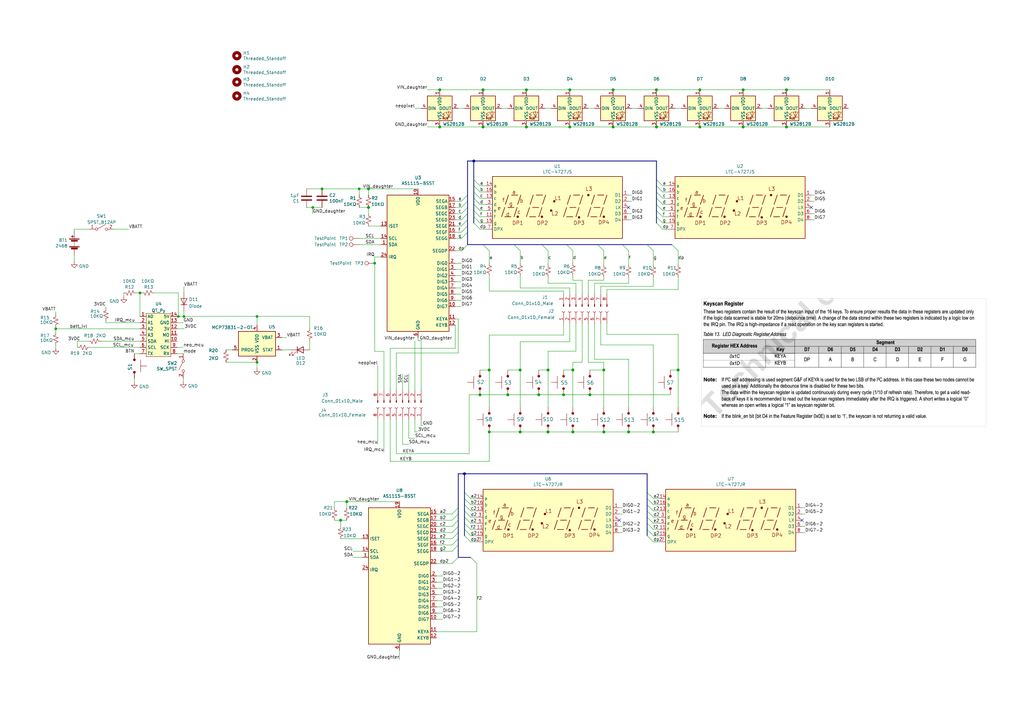
<source format=kicad_sch>
(kicad_sch (version 20211123) (generator eeschema)
  (paper "A3")
  (title_block (title "Unitron") (date "2022-03-19") (rev "1.12") (company "Andy Lustig"))
  (junction (at 269.24 36.83) (diameter 1.016))
  (junction (at 213.36 177.165) (diameter 1.016))
  (junction (at 194.31 66.04) (diameter 1.016))
  (junction (at 151.13 77.47) (diameter 1.016))
  (junction (at 251.46 36.83) (diameter 1.016))
  (junction (at 200.66 177.165) (diameter 1.016))
  (junction (at 247.65 151.765) (diameter 1.016))
  (junction (at 75.438 129.794))
  (junction (at 231.14 161.925) (diameter 1.016))
  (junction (at 213.36 151.765) (diameter 1.016))
  (junction (at 234.95 177.165) (diameter 1.016))
  (junction (at 57.404 120.142))
  (junction (at 234.95 151.765) (diameter 1.016))
  (junction (at 198.12 36.83) (diameter 1.016))
  (junction (at 190.5 194.31) (diameter 1.016))
  (junction (at 147.32 77.47))
  (junction (at 220.98 161.925) (diameter 1.016))
  (junction (at 304.8 36.83) (diameter 1.016))
  (junction (at 224.79 177.165) (diameter 1.016))
  (junction (at 151.13 85.09) (diameter 1.016))
  (junction (at 304.8 52.07) (diameter 1.016))
  (junction (at 153.67 107.95))
  (junction (at 196.85 161.925) (diameter 1.016))
  (junction (at 267.97 177.165) (diameter 1.016))
  (junction (at 198.12 52.07) (diameter 1.016))
  (junction (at 287.02 36.83) (diameter 1.016))
  (junction (at 269.24 52.07) (diameter 1.016))
  (junction (at 251.46 52.07) (diameter 1.016))
  (junction (at 139.7 213.36) (diameter 1.016))
  (junction (at 322.58 52.07) (diameter 1.016))
  (junction (at 241.935 161.925) (diameter 1.016))
  (junction (at 180.34 36.83) (diameter 1.016))
  (junction (at 322.58 36.83) (diameter 1.016))
  (junction (at 215.9 52.07) (diameter 1.016))
  (junction (at 233.68 36.83) (diameter 1.016))
  (junction (at 180.34 52.07) (diameter 1.016))
  (junction (at 215.9 36.83) (diameter 1.016))
  (junction (at 208.28 161.925) (diameter 1.016))
  (junction (at 22.86 134.874))
  (junction (at 128.27 85.09))
  (junction (at 73.152 129.794))
  (junction (at 105.41 129.794))
  (junction (at 132.08 77.47))
  (junction (at 224.79 151.765) (diameter 1.016))
  (junction (at 142.24 205.74) (diameter 1.016))
  (junction (at 200.66 151.765) (diameter 1.016))
  (junction (at 287.02 52.07) (diameter 1.016))
  (junction (at 257.81 177.165) (diameter 1.016))
  (junction (at 278.13 151.765) (diameter 1.016))
  (junction (at 233.68 52.07) (diameter 1.016))
  (junction (at 247.65 177.165) (diameter 1.016))
  (junction (at 105.41 148.59))
  (no_connect (at 257.81 85.09))
  (no_connect (at 254 213.36))
  (no_connect (at 332.74 85.09))
  (no_connect (at 328.93 213.36))
  (bus_entry (at 189.23 82.55) (size 2.54 -2.54) (stroke (width 0.1524)))
  (bus_entry (at 269.24 91.44) (size 2.54 2.54) (stroke (width 0.1524)))
  (bus_entry (at 194.31 73.66) (size 2.54 2.54) (stroke (width 0.1524)))
  (bus_entry (at 190.5 214.63) (size 2.54 2.54) (stroke (width 0.1524)))
  (bus_entry (at 190.5 207.01) (size 2.54 2.54) (stroke (width 0.1524)))
  (bus_entry (at 194.31 78.74) (size 2.54 2.54) (stroke (width 0.1524)))
  (bus_entry (at 269.24 81.28) (size 2.54 2.54) (stroke (width 0.1524)))
  (bus_entry (at 189.23 85.09) (size 2.54 -2.54) (stroke (width 0.1524)))
  (bus_entry (at 222.25 100.33) (size 2.54 2.54) (stroke (width 0.1524)))
  (bus_entry (at 265.43 207.01) (size 2.54 2.54) (stroke (width 0.1524)))
  (bus_entry (at 194.31 91.44) (size 2.54 2.54) (stroke (width 0.1524)))
  (bus_entry (at 190.5 201.93) (size 2.54 2.54) (stroke (width 0.1524)))
  (bus_entry (at 194.31 86.36) (size 2.54 2.54) (stroke (width 0.1524)))
  (bus_entry (at 189.23 95.25) (size 2.54 -2.54) (stroke (width 0.1524)))
  (bus_entry (at 194.31 81.28) (size 2.54 2.54) (stroke (width 0.1524)))
  (bus_entry (at 190.5 204.47) (size 2.54 2.54) (stroke (width 0.1524)))
  (bus_entry (at 210.82 100.33) (size 2.54 2.54) (stroke (width 0.1524)))
  (bus_entry (at 198.12 100.33) (size 2.54 2.54) (stroke (width 0.1524)))
  (bus_entry (at 189.23 97.79) (size 2.54 -2.54) (stroke (width 0.1524)))
  (bus_entry (at 193.04 228.6) (size 2.54 2.54) (stroke (width 0.1524)))
  (bus_entry (at 190.5 217.17) (size 2.54 2.54) (stroke (width 0.1524)))
  (bus_entry (at 265.43 214.63) (size 2.54 2.54) (stroke (width 0.1524)))
  (bus_entry (at 269.24 86.36) (size 2.54 2.54) (stroke (width 0.1524)))
  (bus_entry (at 185.42 210.82) (size 2.54 -2.54) (stroke (width 0.1524)))
  (bus_entry (at 265.43 100.33) (size 2.54 2.54) (stroke (width 0.1524)))
  (bus_entry (at 265.43 209.55) (size 2.54 2.54) (stroke (width 0.1524)))
  (bus_entry (at 190.5 209.55) (size 2.54 2.54) (stroke (width 0.1524)))
  (bus_entry (at 194.31 76.2) (size 2.54 2.54) (stroke (width 0.1524)))
  (bus_entry (at 189.23 92.71) (size 2.54 -2.54) (stroke (width 0.1524)))
  (bus_entry (at 265.43 219.71) (size 2.54 2.54) (stroke (width 0.1524)))
  (bus_entry (at 185.42 223.52) (size 2.54 -2.54) (stroke (width 0.1524)))
  (bus_entry (at 245.11 100.33) (size 2.54 2.54) (stroke (width 0.1524)))
  (bus_entry (at 190.5 212.09) (size 2.54 2.54) (stroke (width 0.1524)))
  (bus_entry (at 194.31 88.9) (size 2.54 2.54) (stroke (width 0.1524)))
  (bus_entry (at 185.42 226.06) (size 2.54 -2.54) (stroke (width 0.1524)))
  (bus_entry (at 185.42 220.98) (size 2.54 -2.54) (stroke (width 0.1524)))
  (bus_entry (at 255.27 100.33) (size 2.54 2.54) (stroke (width 0.1524)))
  (bus_entry (at 265.43 212.09) (size 2.54 2.54) (stroke (width 0.1524)))
  (bus_entry (at 190.5 219.71) (size 2.54 2.54) (stroke (width 0.1524)))
  (bus_entry (at 265.43 217.17) (size 2.54 2.54) (stroke (width 0.1524)))
  (bus_entry (at 269.24 78.74) (size 2.54 2.54) (stroke (width 0.1524)))
  (bus_entry (at 269.24 88.9) (size 2.54 2.54) (stroke (width 0.1524)))
  (bus_entry (at 269.24 73.66) (size 2.54 2.54) (stroke (width 0.1524)))
  (bus_entry (at 185.42 213.36) (size 2.54 -2.54) (stroke (width 0.1524)))
  (bus_entry (at 185.42 231.14) (size 2.54 -2.54) (stroke (width 0.1524)))
  (bus_entry (at 265.43 201.93) (size 2.54 2.54) (stroke (width 0.1524)))
  (bus_entry (at 194.31 83.82) (size 2.54 2.54) (stroke (width 0.1524)))
  (bus_entry (at 232.41 100.33) (size 2.54 2.54) (stroke (width 0.1524)))
  (bus_entry (at 269.24 83.82) (size 2.54 2.54) (stroke (width 0.1524)))
  (bus_entry (at 189.23 102.87) (size 2.54 -2.54) (stroke (width 0.1524)))
  (bus_entry (at 269.24 76.2) (size 2.54 2.54) (stroke (width 0.1524)))
  (bus_entry (at 275.59 100.33) (size 2.54 2.54) (stroke (width 0.1524)))
  (bus_entry (at 189.23 87.63) (size 2.54 -2.54) (stroke (width 0.1524)))
  (bus_entry (at 185.42 215.9) (size 2.54 -2.54) (stroke (width 0.1524)))
  (bus_entry (at 185.42 218.44) (size 2.54 -2.54) (stroke (width 0.1524)))
  (bus_entry (at 189.23 90.17) (size 2.54 -2.54) (stroke (width 0.1524)))
  (bus_entry (at 265.43 204.47) (size 2.54 2.54) (stroke (width 0.1524)))
  (wire (pts (xy 180.34 36.83) (xy 198.12 36.83)))
  (wire (pts (xy 233.68 118.11) (xy 213.36 118.11)))
  (wire (pts (xy 147.32 100.33) (xy 156.21 100.33)))
  (wire (pts (xy 187.96 130.81) (xy 186.69 130.81)))
  (wire (pts (xy 200.66 102.87) (xy 200.66 107.95)))
  (wire (pts (xy 224.79 116.205) (xy 224.79 113.665)))
  (wire (pts (xy 147.32 80.01) (xy 147.32 77.47)))
  (wire (pts (xy 165.1 172.085) (xy 165.1 182.245)))
  (wire (pts (xy 179.07 220.98) (xy 185.42 220.98)))
  (bus (pts (xy 191.77 66.04) (xy 191.77 80.01)))
  (bus (pts (xy 194.31 73.66) (xy 194.31 76.2)))
  (wire (pts (xy 186.69 90.17) (xy 189.23 90.17)))
  (wire (pts (xy 187.96 44.45) (xy 190.5 44.45)))
  (bus (pts (xy 222.25 100.33) (xy 232.41 100.33)))
  (wire (pts (xy 220.98 151.765) (xy 224.79 151.765)))
  (wire (pts (xy 160.02 142.875) (xy 160.02 160.02)))
  (wire (pts (xy 287.02 36.83) (xy 304.8 36.83)))
  (wire (pts (xy 257.81 113.665) (xy 257.81 116.205)))
  (bus (pts (xy 265.43 194.31) (xy 265.43 201.93)))
  (bus (pts (xy 190.5 217.17) (xy 190.5 219.71)))
  (wire (pts (xy 180.34 52.07) (xy 198.12 52.07)))
  (bus (pts (xy 187.96 210.82) (xy 187.96 213.36)))
  (wire (pts (xy 22.86 134.874) (xy 57.404 134.874)))
  (wire (pts (xy 304.8 52.07) (xy 322.58 52.07)))
  (bus (pts (xy 193.04 228.6) (xy 187.96 228.6)))
  (wire (pts (xy 213.36 177.165) (xy 200.66 177.165)))
  (wire (pts (xy 157.48 172.085) (xy 157.48 185.42)))
  (wire (pts (xy 254 210.82) (xy 255.27 210.82)))
  (wire (pts (xy 186.69 85.09) (xy 189.23 85.09)))
  (bus (pts (xy 190.5 204.47) (xy 190.5 207.01)))
  (wire (pts (xy 63.246 120.142) (xy 73.152 120.142)))
  (wire (pts (xy 73.152 120.142) (xy 73.152 129.794)))
  (wire (pts (xy 156.21 105.41) (xy 153.67 105.41)))
  (wire (pts (xy 287.02 52.07) (xy 304.8 52.07)))
  (wire (pts (xy 322.58 52.07) (xy 340.36 52.07)))
  (wire (pts (xy 55.88 120.142) (xy 57.404 120.142)))
  (bus (pts (xy 190.5 209.55) (xy 190.5 212.09)))
  (wire (pts (xy 200.66 189.23) (xy 160.02 189.23)))
  (bus (pts (xy 191.77 100.33) (xy 198.12 100.33)))
  (wire (pts (xy 195.58 231.14) (xy 195.58 259.08)))
  (wire (pts (xy 200.66 151.765) (xy 200.66 167.005)))
  (wire (pts (xy 241.3 132.715) (xy 241.3 148.59)))
  (wire (pts (xy 179.07 215.9) (xy 185.42 215.9)))
  (wire (pts (xy 179.07 213.36) (xy 185.42 213.36)))
  (wire (pts (xy 30.48 93.98) (xy 36.576 93.98)))
  (wire (pts (xy 179.07 248.92) (xy 181.61 248.92)))
  (wire (pts (xy 144.78 228.6) (xy 148.59 228.6)))
  (wire (pts (xy 220.98 161.925) (xy 208.28 161.925)))
  (wire (pts (xy 267.97 108.585) (xy 267.97 102.87)))
  (wire (pts (xy 198.12 36.83) (xy 215.9 36.83)))
  (wire (pts (xy 213.36 140.208) (xy 213.36 151.765)))
  (bus (pts (xy 245.11 100.33) (xy 255.27 100.33)))
  (bus (pts (xy 210.82 100.33) (xy 222.25 100.33)))
  (wire (pts (xy 267.97 217.17) (xy 270.51 217.17)))
  (wire (pts (xy 246.38 117.475) (xy 267.97 117.475)))
  (wire (pts (xy 267.97 219.71) (xy 270.51 219.71)))
  (wire (pts (xy 274.32 83.82) (xy 271.78 83.82)))
  (wire (pts (xy 200.66 113.03) (xy 200.66 119.38)))
  (wire (pts (xy 243.84 120.65) (xy 243.84 116.205)))
  (wire (pts (xy 213.36 140.208) (xy 233.68 140.208)))
  (bus (pts (xy 194.31 66.04) (xy 194.31 73.66)))
  (wire (pts (xy 231.14 161.925) (xy 220.98 161.925)))
  (wire (pts (xy 208.28 151.765) (xy 213.36 151.765)))
  (bus (pts (xy 265.43 217.17) (xy 265.43 219.71)))
  (wire (pts (xy 269.24 52.07) (xy 287.02 52.07)))
  (bus (pts (xy 191.77 95.25) (xy 191.77 100.33)))
  (wire (pts (xy 247.65 167.005) (xy 247.65 151.765)))
  (wire (pts (xy 257.81 90.17) (xy 259.08 90.17)))
  (wire (pts (xy 72.644 145.034) (xy 75.184 145.034)))
  (wire (pts (xy 153.67 105.41) (xy 153.67 107.95)))
  (wire (pts (xy 254 215.9) (xy 255.27 215.9)))
  (wire (pts (xy 75.438 117.602) (xy 75.438 119.888)))
  (bus (pts (xy 187.96 220.98) (xy 187.96 223.52)))
  (wire (pts (xy 236.22 132.715) (xy 236.22 144.018)))
  (wire (pts (xy 236.22 116.205) (xy 224.79 116.205)))
  (wire (pts (xy 193.04 219.71) (xy 195.58 219.71)))
  (wire (pts (xy 179.07 241.3) (xy 181.61 241.3)))
  (wire (pts (xy 199.39 81.28) (xy 196.85 81.28)))
  (wire (pts (xy 147.32 77.47) (xy 151.13 77.47)))
  (wire (pts (xy 162.56 144.78) (xy 162.56 160.02)))
  (wire (pts (xy 267.97 117.475) (xy 267.97 113.665)))
  (wire (pts (xy 241.3 120.65) (xy 241.3 114.935)))
  (wire (pts (xy 254 218.44) (xy 255.27 218.44)))
  (wire (pts (xy 160.02 172.085) (xy 160.02 189.23)))
  (wire (pts (xy 43.434 131.572) (xy 43.434 132.334)))
  (wire (pts (xy 224.79 144.018) (xy 224.79 151.765)))
  (wire (pts (xy 215.9 52.07) (xy 233.68 52.07)))
  (wire (pts (xy 186.69 82.55) (xy 189.23 82.55)))
  (bus (pts (xy 194.31 78.74) (xy 194.31 81.28)))
  (bus (pts (xy 190.5 212.09) (xy 190.5 214.63)))
  (bus (pts (xy 269.24 73.66) (xy 269.24 76.2)))
  (wire (pts (xy 125.73 77.47) (xy 132.08 77.47)))
  (wire (pts (xy 195.58 207.01) (xy 193.04 207.01)))
  (wire (pts (xy 328.93 208.28) (xy 330.2 208.28)))
  (wire (pts (xy 179.07 238.76) (xy 181.61 238.76)))
  (wire (pts (xy 171.45 138.43) (xy 171.45 139.7)))
  (wire (pts (xy 151.13 87.63) (xy 151.13 85.09)))
  (bus (pts (xy 191.77 80.01) (xy 191.77 82.55)))
  (wire (pts (xy 30.48 104.775) (xy 30.48 107.315)))
  (wire (pts (xy 274.32 76.2) (xy 271.78 76.2)))
  (wire (pts (xy 151.13 80.01) (xy 151.13 77.47)))
  (wire (pts (xy 328.93 215.9) (xy 330.2 215.9)))
  (wire (pts (xy 172.72 139.7) (xy 172.72 160.02)))
  (bus (pts (xy 269.24 81.28) (xy 269.24 83.82)))
  (wire (pts (xy 72.644 134.874) (xy 75.692 134.874)))
  (wire (pts (xy 233.68 52.07) (xy 251.46 52.07)))
  (wire (pts (xy 328.93 210.82) (xy 330.2 210.82)))
  (bus (pts (xy 187.96 208.28) (xy 187.96 210.82)))
  (bus (pts (xy 190.5 194.31) (xy 265.43 194.31)))
  (wire (pts (xy 154.94 149.86) (xy 154.94 160.02)))
  (wire (pts (xy 224.79 144.018) (xy 236.22 144.018)))
  (wire (pts (xy 22.86 141.478) (xy 22.86 142.748)))
  (wire (pts (xy 278.13 102.87) (xy 278.13 108.585)))
  (wire (pts (xy 192.405 161.925) (xy 192.405 186.055)))
  (bus (pts (xy 269.24 78.74) (xy 269.24 81.28)))
  (wire (pts (xy 186.69 113.03) (xy 189.23 113.03)))
  (wire (pts (xy 187.96 144.78) (xy 187.96 130.81)))
  (wire (pts (xy 196.85 86.36) (xy 199.39 86.36)))
  (wire (pts (xy 257.81 147.32) (xy 257.81 167.005)))
  (wire (pts (xy 269.24 36.83) (xy 287.02 36.83)))
  (bus (pts (xy 265.43 209.55) (xy 265.43 212.09)))
  (wire (pts (xy 332.74 80.01) (xy 334.01 80.01)))
  (bus (pts (xy 269.24 76.2) (xy 269.24 78.74)))
  (wire (pts (xy 142.24 205.74) (xy 163.83 205.74)))
  (wire (pts (xy 167.64 179.705) (xy 170.18 179.705)))
  (wire (pts (xy 128.27 85.09) (xy 128.27 87.63)))
  (bus (pts (xy 191.77 66.04) (xy 194.31 66.04)))
  (wire (pts (xy 142.24 208.28) (xy 142.24 205.74)))
  (bus (pts (xy 265.43 100.33) (xy 275.59 100.33)))
  (wire (pts (xy 248.92 137.16) (xy 248.92 132.715)))
  (bus (pts (xy 191.77 85.09) (xy 191.77 87.63)))
  (wire (pts (xy 248.92 137.16) (xy 278.13 137.16)))
  (bus (pts (xy 194.31 86.36) (xy 194.31 88.9)))
  (wire (pts (xy 160.02 142.875) (xy 186.69 142.875)))
  (bus (pts (xy 187.96 215.9) (xy 187.96 218.44)))
  (wire (pts (xy 139.7 213.36) (xy 137.16 213.36)))
  (bus (pts (xy 190.5 194.31) (xy 190.5 201.93)))
  (wire (pts (xy 46.736 93.98) (xy 52.832 93.98)))
  (wire (pts (xy 144.78 226.06) (xy 148.59 226.06)))
  (wire (pts (xy 259.08 44.45) (xy 261.62 44.45)))
  (wire (pts (xy 270.51 209.55) (xy 267.97 209.55)))
  (wire (pts (xy 196.85 91.44) (xy 199.39 91.44)))
  (wire (pts (xy 192.405 186.055) (xy 162.56 186.055)))
  (wire (pts (xy 238.76 148.59) (xy 234.95 148.59)))
  (wire (pts (xy 163.83 266.7) (xy 163.83 270.51)))
  (wire (pts (xy 170.18 172.085) (xy 170.18 177.165)))
  (wire (pts (xy 179.07 231.14) (xy 185.42 231.14)))
  (wire (pts (xy 92.71 148.59) (xy 105.41 148.59)))
  (wire (pts (xy 186.69 107.95) (xy 189.23 107.95)))
  (wire (pts (xy 36.83 142.494) (xy 57.404 142.494)))
  (wire (pts (xy 271.78 88.9) (xy 274.32 88.9)))
  (wire (pts (xy 332.74 87.63) (xy 334.01 87.63)))
  (wire (pts (xy 179.07 218.44) (xy 185.42 218.44)))
  (wire (pts (xy 167.64 153.416) (xy 167.64 160.02)))
  (wire (pts (xy 257.81 102.87) (xy 257.81 108.585)))
  (wire (pts (xy 156.21 92.71) (xy 151.13 92.71)))
  (wire (pts (xy 251.46 52.07) (xy 269.24 52.07)))
  (wire (pts (xy 186.69 125.73) (xy 189.23 125.73)))
  (wire (pts (xy 147.32 97.79) (xy 156.21 97.79)))
  (wire (pts (xy 186.69 120.65) (xy 189.23 120.65)))
  (wire (pts (xy 142.24 213.36) (xy 139.7 213.36)))
  (wire (pts (xy 271.78 91.44) (xy 274.32 91.44)))
  (wire (pts (xy 186.69 92.71) (xy 189.23 92.71)))
  (wire (pts (xy 278.13 137.16) (xy 278.13 151.765)))
  (wire (pts (xy 278.13 151.765) (xy 278.13 167.005)))
  (wire (pts (xy 186.69 118.11) (xy 189.23 118.11)))
  (wire (pts (xy 186.69 87.63) (xy 189.23 87.63)))
  (wire (pts (xy 179.07 251.46) (xy 181.61 251.46)))
  (wire (pts (xy 92.71 143.51) (xy 95.25 143.51)))
  (wire (pts (xy 170.18 139.7) (xy 170.18 160.02)))
  (wire (pts (xy 270.51 212.09) (xy 267.97 212.09)))
  (wire (pts (xy 200.66 137.414) (xy 200.66 151.765)))
  (bus (pts (xy 269.24 86.36) (xy 269.24 88.9)))
  (bus (pts (xy 269.24 66.04) (xy 269.24 73.66)))
  (wire (pts (xy 241.935 161.925) (xy 274.955 161.925)))
  (wire (pts (xy 153.67 144.145) (xy 157.48 144.145)))
  (wire (pts (xy 233.68 132.715) (xy 233.68 140.208)))
  (wire (pts (xy 198.12 52.07) (xy 215.9 52.07)))
  (bus (pts (xy 194.31 76.2) (xy 194.31 78.74)))
  (wire (pts (xy 75.184 132.334) (xy 72.644 132.334)))
  (wire (pts (xy 267.97 214.63) (xy 270.51 214.63)))
  (wire (pts (xy 234.95 102.87) (xy 234.95 107.95)))
  (wire (pts (xy 75.184 155.194) (xy 75.184 156.464)))
  (wire (pts (xy 200.66 119.38) (xy 231.14 119.38)))
  (wire (pts (xy 257.81 82.55) (xy 259.08 82.55)))
  (wire (pts (xy 257.81 177.165) (xy 247.65 177.165)))
  (wire (pts (xy 105.41 129.794) (xy 105.41 133.35)))
  (wire (pts (xy 170.18 44.45) (xy 172.72 44.45)))
  (wire (pts (xy 195.58 204.47) (xy 193.04 204.47)))
  (wire (pts (xy 193.04 222.25) (xy 195.58 222.25)))
  (wire (pts (xy 115.57 143.51) (xy 119.38 143.51)))
  (wire (pts (xy 128.27 85.09) (xy 132.08 85.09)))
  (wire (pts (xy 267.97 141.478) (xy 267.97 167.005)))
  (wire (pts (xy 304.8 36.83) (xy 322.58 36.83)))
  (wire (pts (xy 30.48 93.98) (xy 30.48 94.615)))
  (bus (pts (xy 187.96 213.36) (xy 187.96 215.9)))
  (bus (pts (xy 194.31 88.9) (xy 194.31 91.44)))
  (wire (pts (xy 247.65 177.165) (xy 234.95 177.165)))
  (wire (pts (xy 233.68 36.83) (xy 215.9 36.83)))
  (wire (pts (xy 238.76 132.715) (xy 238.76 148.59)))
  (wire (pts (xy 193.04 214.63) (xy 195.58 214.63)))
  (wire (pts (xy 254 208.28) (xy 255.27 208.28)))
  (wire (pts (xy 241.3 114.935) (xy 247.65 114.935)))
  (wire (pts (xy 247.65 108.585) (xy 247.65 102.87)))
  (wire (pts (xy 50.8 120.142) (xy 50.8 121.666)))
  (wire (pts (xy 115.57 138.43) (xy 117.602 138.43)))
  (wire (pts (xy 153.67 107.95) (xy 153.67 144.145)))
  (wire (pts (xy 186.69 102.87) (xy 189.23 102.87)))
  (wire (pts (xy 165.1 153.416) (xy 165.1 160.02)))
  (wire (pts (xy 270.51 204.47) (xy 267.97 204.47)))
  (wire (pts (xy 246.38 141.478) (xy 246.38 132.715)))
  (bus (pts (xy 191.77 90.17) (xy 191.77 92.71)))
  (wire (pts (xy 257.81 87.63) (xy 259.08 87.63)))
  (wire (pts (xy 274.32 81.28) (xy 271.78 81.28)))
  (wire (pts (xy 224.79 151.765) (xy 224.79 167.005)))
  (wire (pts (xy 75.184 142.494) (xy 72.644 142.494)))
  (wire (pts (xy 271.78 93.98) (xy 274.32 93.98)))
  (wire (pts (xy 186.69 115.57) (xy 189.23 115.57)))
  (wire (pts (xy 200.66 151.765) (xy 196.85 151.765)))
  (wire (pts (xy 127 129.794) (xy 105.41 129.794)))
  (wire (pts (xy 127 134.62) (xy 127 129.794)))
  (wire (pts (xy 43.434 132.334) (xy 57.404 132.334)))
  (wire (pts (xy 200.66 177.165) (xy 200.66 189.23)))
  (wire (pts (xy 213.36 102.87) (xy 213.36 107.95)))
  (bus (pts (xy 269.24 83.82) (xy 269.24 86.36)))
  (wire (pts (xy 31.75 139.954) (xy 36.322 139.954)))
  (wire (pts (xy 186.69 133.35) (xy 186.69 142.875)))
  (wire (pts (xy 234.95 151.765) (xy 234.95 167.005)))
  (bus (pts (xy 265.43 204.47) (xy 265.43 207.01)))
  (bus (pts (xy 232.41 100.33) (xy 245.11 100.33)))
  (wire (pts (xy 199.39 78.74) (xy 196.85 78.74)))
  (wire (pts (xy 151.13 77.47) (xy 171.45 77.47)))
  (wire (pts (xy 179.07 223.52) (xy 185.42 223.52)))
  (wire (pts (xy 195.58 259.08) (xy 179.07 259.08)))
  (wire (pts (xy 234.95 177.165) (xy 224.79 177.165)))
  (wire (pts (xy 41.402 139.954) (xy 57.404 139.954)))
  (wire (pts (xy 208.28 161.925) (xy 196.85 161.925)))
  (wire (pts (xy 179.07 243.84) (xy 181.61 243.84)))
  (wire (pts (xy 199.39 76.2) (xy 196.85 76.2)))
  (wire (pts (xy 186.69 110.49) (xy 189.23 110.49)))
  (wire (pts (xy 243.84 147.32) (xy 257.81 147.32)))
  (wire (pts (xy 233.68 120.65) (xy 233.68 118.11)))
  (wire (pts (xy 186.69 97.79) (xy 189.23 97.79)))
  (wire (pts (xy 195.58 209.55) (xy 193.04 209.55)))
  (wire (pts (xy 330.2 44.45) (xy 332.74 44.45)))
  (wire (pts (xy 247.65 114.935) (xy 247.65 113.665)))
  (wire (pts (xy 179.07 236.22) (xy 181.61 236.22)))
  (wire (pts (xy 172.72 139.7) (xy 171.45 139.7)))
  (wire (pts (xy 241.935 151.765) (xy 247.65 151.765)))
  (wire (pts (xy 154.94 172.085) (xy 154.94 182.245)))
  (wire (pts (xy 170.18 177.165) (xy 171.45 177.165)))
  (wire (pts (xy 248.92 118.745) (xy 278.13 118.745)))
  (wire (pts (xy 276.86 44.45) (xy 279.4 44.45)))
  (wire (pts (xy 200.66 137.414) (xy 231.14 137.414)))
  (wire (pts (xy 246.38 141.478) (xy 267.97 141.478)))
  (wire (pts (xy 162.56 144.78) (xy 187.96 144.78)))
  (wire (pts (xy 196.85 88.9) (xy 199.39 88.9)))
  (wire (pts (xy 186.69 95.25) (xy 189.23 95.25)))
  (wire (pts (xy 247.65 148.59) (xy 247.65 151.765)))
  (wire (pts (xy 165.1 182.245) (xy 167.64 182.245)))
  (wire (pts (xy 172.72 174.625) (xy 173.355 174.625)))
  (bus (pts (xy 190.5 207.01) (xy 190.5 209.55)))
  (wire (pts (xy 167.64 172.085) (xy 167.64 179.705)))
  (wire (pts (xy 72.644 129.794) (xy 73.152 129.794)))
  (wire (pts (xy 73.152 129.794) (xy 75.438 129.794)))
  (wire (pts (xy 75.438 129.794) (xy 75.438 127.508)))
  (wire (pts (xy 196.85 93.98) (xy 199.39 93.98)))
  (wire (pts (xy 162.56 172.085) (xy 162.56 186.055)))
  (wire (pts (xy 246.38 120.65) (xy 246.38 117.475)))
  (wire (pts (xy 22.86 127.762) (xy 22.86 129.032)))
  (wire (pts (xy 137.16 208.28) (xy 137.16 205.74)))
  (bus (pts (xy 187.96 223.52) (xy 187.96 228.6)))
  (bus (pts (xy 191.77 92.71) (xy 191.77 95.25)))
  (wire (pts (xy 278.13 113.665) (xy 278.13 118.745)))
  (wire (pts (xy 157.48 144.145) (xy 157.48 160.02)))
  (wire (pts (xy 137.16 205.74) (xy 142.24 205.74)))
  (wire (pts (xy 270.51 207.01) (xy 267.97 207.01)))
  (wire (pts (xy 213.36 151.765) (xy 213.36 167.005)))
  (wire (pts (xy 192.405 161.925) (xy 196.85 161.925)))
  (wire (pts (xy 267.97 177.165) (xy 257.81 177.165)))
  (wire (pts (xy 236.22 120.65) (xy 236.22 116.205)))
  (wire (pts (xy 257.81 80.01) (xy 259.08 80.01)))
  (wire (pts (xy 243.84 147.32) (xy 243.84 132.715)))
  (wire (pts (xy 43.434 125.73) (xy 43.434 126.492)))
  (wire (pts (xy 251.46 36.83) (xy 233.68 36.83)))
  (bus (pts (xy 194.31 83.82) (xy 194.31 86.36)))
  (bus (pts (xy 255.27 100.33) (xy 265.43 100.33)))
  (wire (pts (xy 57.404 120.142) (xy 58.166 120.142)))
  (wire (pts (xy 57.404 129.794) (xy 57.404 120.142)))
  (wire (pts (xy 243.84 116.205) (xy 257.81 116.205)))
  (wire (pts (xy 147.32 85.09) (xy 151.13 85.09)))
  (wire (pts (xy 224.79 108.585) (xy 224.79 102.87)))
  (wire (pts (xy 332.74 82.55) (xy 334.01 82.55)))
  (wire (pts (xy 132.08 77.47) (xy 147.32 77.47)))
  (wire (pts (xy 231.14 120.65) (xy 231.14 119.38)))
  (wire (pts (xy 274.32 78.74) (xy 271.78 78.74)))
  (bus (pts (xy 265.43 212.09) (xy 265.43 214.63)))
  (wire (pts (xy 322.58 36.83) (xy 340.36 36.83)))
  (wire (pts (xy 231.14 151.765) (xy 234.95 151.765)))
  (wire (pts (xy 231.14 132.715) (xy 231.14 137.414)))
  (wire (pts (xy 22.86 134.112) (xy 22.86 134.874)))
  (wire (pts (xy 22.86 134.874) (xy 22.86 136.398)))
  (wire (pts (xy 267.97 222.25) (xy 270.51 222.25)))
  (wire (pts (xy 31.75 139.954) (xy 31.75 142.494)))
  (bus (pts (xy 187.96 218.44) (xy 187.96 220.98)))
  (bus (pts (xy 190.5 214.63) (xy 190.5 217.17)))
  (bus (pts (xy 194.31 66.04) (xy 269.24 66.04)))
  (wire (pts (xy 238.76 120.65) (xy 238.76 114.935)))
  (wire (pts (xy 251.46 36.83) (xy 269.24 36.83)))
  (wire (pts (xy 55.118 155.194) (xy 55.118 156.718)))
  (bus (pts (xy 269.24 88.9) (xy 269.24 91.44)))
  (wire (pts (xy 234.95 148.59) (xy 234.95 151.765)))
  (wire (pts (xy 224.79 177.165) (xy 213.36 177.165)))
  (wire (pts (xy 241.3 44.45) (xy 243.84 44.45)))
  (wire (pts (xy 175.26 52.07) (xy 180.34 52.07)))
  (wire (pts (xy 179.07 226.06) (xy 185.42 226.06)))
  (wire (pts (xy 127 139.7) (xy 127 143.51)))
  (wire (pts (xy 247.65 148.59) (xy 241.3 148.59)))
  (wire (pts (xy 241.935 161.925) (xy 231.14 161.925)))
  (wire (pts (xy 234.95 113.03) (xy 234.95 114.935)))
  (wire (pts (xy 179.07 246.38) (xy 181.61 246.38)))
  (wire (pts (xy 139.7 220.98) (xy 148.59 220.98)))
  (wire (pts (xy 193.04 217.17) (xy 195.58 217.17)))
  (wire (pts (xy 332.74 90.17) (xy 334.01 90.17)))
  (wire (pts (xy 238.76 114.935) (xy 234.95 114.935)))
  (wire (pts (xy 274.955 151.765) (xy 278.13 151.765)))
  (wire (pts (xy 199.39 83.82) (xy 196.85 83.82)))
  (bus (pts (xy 187.96 194.31) (xy 190.5 194.31)))
  (wire (pts (xy 105.41 148.59) (xy 105.41 151.13)))
  (wire (pts (xy 278.13 177.165) (xy 267.97 177.165)))
  (bus (pts (xy 191.77 82.55) (xy 191.77 85.09)))
  (bus (pts (xy 187.96 194.31) (xy 187.96 208.28)))
  (bus (pts (xy 198.12 100.33) (xy 210.82 100.33)))
  (wire (pts (xy 328.93 218.44) (xy 330.2 218.44)))
  (wire (pts (xy 57.404 145.034) (xy 55.118 145.034)))
  (bus (pts (xy 191.77 87.63) (xy 191.77 90.17)))
  (wire (pts (xy 312.42 44.45) (xy 314.96 44.45)))
  (wire (pts (xy 248.92 120.65) (xy 248.92 118.745)))
  (bus (pts (xy 265.43 201.93) (xy 265.43 204.47)))
  (bus (pts (xy 190.5 201.93) (xy 190.5 204.47)))
  (wire (pts (xy 125.73 85.09) (xy 128.27 85.09)))
  (bus (pts (xy 265.43 214.63) (xy 265.43 217.17)))
  (wire (pts (xy 205.74 44.45) (xy 208.28 44.45)))
  (wire (pts (xy 195.58 212.09) (xy 193.04 212.09)))
  (wire (pts (xy 179.07 254) (xy 181.61 254)))
  (wire (pts (xy 175.26 36.83) (xy 180.34 36.83)))
  (wire (pts (xy 213.36 113.03) (xy 213.36 118.11)))
  (wire (pts (xy 223.52 44.45) (xy 226.06 44.45)))
  (wire (pts (xy 271.78 86.36) (xy 274.32 86.36)))
  (wire (pts (xy 179.07 210.82) (xy 185.42 210.82)))
  (bus (pts (xy 265.43 207.01) (xy 265.43 209.55)))
  (wire (pts (xy 294.64 44.45) (xy 297.18 44.45)))
  (bus (pts (xy 194.31 81.28) (xy 194.31 83.82)))
  (wire (pts (xy 186.69 123.19) (xy 189.23 123.19)))
  (wire (pts (xy 172.72 172.085) (xy 172.72 174.625)))
  (wire (pts (xy 139.7 215.9) (xy 139.7 213.36)))
  (wire (pts (xy 75.438 129.794) (xy 105.41 129.794)))
  (image (at 346.075 148.59) (scale 0.920245))
  (label "GND" (at 173.355 174.625 0))
  (label "neo_mcu" (at 154.94 182.245 180))
  (label "batt_lvl" (at 35.814 134.874 180))
  (label "SDA_mcu" (at 167.64 182.245 0))
  (label "a2" (at 193.04 204.47 0))
  (label "DIG6-2" (at 181.61 251.46 0))
  (label "e" (at 196.85 86.36 0))
  (label "f2" (at 180.34 223.52 0))
  (label "neo_mcu" (at 75.184 142.494 0))
  (label "a" (at 187.96 82.55 0))
  (label "d" (at 196.85 83.82 0))
  (label "DIG3" (at 259.08 90.17 0))
  (label "g2" (at 193.04 219.71 0))
  (label "DIG3-2" (at 255.27 218.44 0))
  (label "IRQ" (at 153.67 105.41 180))
  (label "GND" (at 75.184 132.334 0))
  (label "DIG5-2" (at 181.61 248.92 0))
  (label "a2" (at 180.34 210.82 0))
  (label "e" (at 247.65 106.68 0))
  (label "c2" (at 267.97 209.55 0))
  (label "d2" (at 193.04 212.09 0))
  (label "DIG3" (at 189.23 115.57 0))
  (label "DIG4" (at 189.23 118.11 0))
  (label "DIG2" (at 189.23 113.03 0))
  (label "KEYA" (at 165.1 186.055 0))
  (label "DIG1-2" (at 181.61 238.76 0))
  (label "b2" (at 193.04 207.01 0))
  (label "BTN" (at 55.118 145.034 180))
  (label "a2" (at 267.97 204.47 0))
  (label "KEYB" (at 168.91 189.23 180))
  (label "b" (at 187.96 85.09 0))
  (label "g" (at 267.97 106.68 0))
  (label "DIG5" (at 334.01 82.55 0))
  (label "e2" (at 193.04 214.63 0))
  (label "DIG5-2" (at 330.2 210.82 0))
  (label "dp2" (at 193.04 222.25 0))
  (label "DIG3-2" (at 181.61 243.84 0))
  (label "SCL_mcu" (at 170.18 179.705 0))
  (label "SDA" (at 165.1 153.416 270))
  (label "DIG2-2" (at 181.61 241.3 0))
  (label "f" (at 271.78 88.9 0))
  (label "g" (at 187.96 97.79 0))
  (label "SDA" (at 144.78 228.6 180))
  (label "c" (at 224.79 106.68 0))
  (label "DIG2" (at 259.08 87.63 0))
  (label "DIG1" (at 189.23 110.49 0))
  (label "g" (at 271.78 91.44 0))
  (label "c" (at 187.96 87.63 0))
  (label "mode" (at 75.184 145.034 0))
  (label "VBATT" (at 75.438 117.602 0))
  (label "3VDC" (at 32.893 139.954 180))
  (label "d2" (at 267.97 212.09 0))
  (label "GND_daughter" (at 163.83 270.51 180))
  (label "3VDC" (at 171.45 177.165 0))
  (label "GND_daughter" (at 128.27 87.63 0))
  (label "f2" (at 195.58 246.38 0))
  (label "a" (at 196.85 76.2 0))
  (label "SCL" (at 149.86 97.79 0))
  (label "GND_daughter" (at 175.26 52.07 180))
  (label "DIG7" (at 334.01 90.17 0))
  (label "DIG6-2" (at 330.2 215.9 0))
  (label "DIG5" (at 189.23 120.65 0))
  (label "DIG6" (at 189.23 123.19 0))
  (label "VIN_daughter" (at 170.18 139.7 180))
  (label "f2" (at 193.04 217.17 0))
  (label "b" (at 213.36 106.68 0))
  (label "c2" (at 193.04 209.55 0))
  (label "e" (at 187.96 92.71 0))
  (label "f" (at 187.96 95.25 0))
  (label "b2" (at 180.34 213.36 0))
  (label "DIG0-2" (at 181.61 236.22 0))
  (label "DIG1" (at 259.08 82.55 0))
  (label "e2" (at 267.97 214.63 0))
  (label "DIG7" (at 189.23 125.73 0))
  (label "c2" (at 180.34 215.9 0))
  (label "DIG1-2" (at 255.27 210.82 0))
  (label "VBATT" (at 52.832 93.98 0))
  (label "d" (at 234.95 106.68 0))
  (label "c" (at 196.85 81.28 0))
  (label "a" (at 200.66 106.68 0))
  (label "DIG7-2" (at 181.61 254 0))
  (label "VIN_daughter" (at 161.29 77.47 180))
  (label "DIG0" (at 189.23 107.95 0))
  (label "dp2" (at 267.97 222.25 0))
  (label "DIG7-2" (at 330.2 218.44 0))
  (label "f" (at 196.85 88.9 0))
  (label "f2" (at 267.97 217.17 0))
  (label "SDA_mcu" (at 55.118 139.954 180))
  (label "g2" (at 180.34 226.06 0))
  (label "d" (at 271.78 83.82 0))
  (label "d" (at 187.96 90.17 0))
  (label "e2" (at 180.34 220.98 0))
  (label "VIN_daughter" (at 155.575 205.74 180))
  (label "dp" (at 196.85 93.98 0))
  (label "VBATT" (at 117.602 138.43 0))
  (label "dp" (at 187.96 102.87 0))
  (label "b2" (at 267.97 207.01 0))
  (label "DIG6" (at 334.01 87.63 0))
  (label "IRQ_mcu" (at 55.372 132.334 180))
  (label "VBATT" (at 22.86 127.762 180))
  (label "neopixel" (at 170.18 44.45 180))
  (label "d2" (at 180.34 218.44 0))
  (label "DIG2-2" (at 255.27 215.9 0))
  (label "a" (at 271.78 76.2 0))
  (label "DIG0-2" (at 255.27 208.28 0))
  (label "VIN_daughter" (at 175.26 36.83 180))
  (label "IRQ_mcu" (at 157.48 185.42 180))
  (label "SDA" (at 149.86 100.33 0))
  (label "3VDC" (at 75.692 134.874 0))
  (label "DIG4-2" (at 330.2 208.28 0))
  (label "SCL_mcu" (at 54.864 142.494 180))
  (label "b" (at 271.78 78.74 0))
  (label "dp" (at 278.13 106.68 0))
  (label "dp" (at 271.78 93.98 0))
  (label "f" (at 257.81 106.68 0))
  (label "g2" (at 267.97 219.71 0))
  (label "DIG4-2" (at 181.61 246.38 0))
  (label "SCL" (at 144.78 226.06 180))
  (label "DIG0" (at 259.08 80.01 0))
  (label "g" (at 196.85 91.44 0))
  (label "dp2" (at 180.34 231.14 0))
  (label "DIG4" (at 334.01 80.01 0))
  (label "e" (at 271.78 86.36 0))
  (label "b" (at 196.85 78.74 0))
  (label "SCL" (at 167.64 153.416 270))
  (label "GND_daughter" (at 172.085 139.7 0))
  (label "3VDC" (at 43.434 125.73 180))
  (label "c" (at 271.78 81.28 0))
  (label "neopixel" (at 154.94 149.86 180))
  (symbol (lib_id "asl_symbols:AS1115-BSST") (at 171.45 107.95 0) (unit 1)
    (property "Reference" "U3" (at 171.45 72.8726 0))
    (property "Value" "AS1115-BSST" (at 171.45 75.184 0))
    (property "Footprint" "Package_SO:QSOP-24_3.9x8.7mm_P0.635mm" (effects hide))
    (property "Datasheet" "https://www.digikey.com/products/en?keywords=AS1115-BSSTCT-ND" (effects hide))
    (property "Description" "7-Segment Display Driver" (effects hide))
  )
  (symbol (lib_id "imperializer-rescue:switch_momentary_2pin-asl_symbols-imperializer-rescue") (at 200.66 172.085 90) (unit 1)
    (property "Reference" "S8" (at 198.882 171.958 90) (effects (font (size 1.4986 1.4986)) (justify right)))
    (property "Value" "Gateron Blue" (effects hide))
    (property "Footprint" "Button_Switch_Keyboard:SW_Cherry_MX_1.00u_PCB" (effects hide))
    (property "Datasheet" "https://www.amazon.com/Gateron-KS-9-Mechanical-Type-Switch/dp/B07X3TH4DS?th=1" (effects hide))
    (property "Description" "Mechanical Key Switch" (effects hide))
  )
  (symbol (lib_id "imperializer-rescue:switch_momentary_2pin-asl_symbols-imperializer-rescue") (at 213.36 172.085 90) (unit 1)
    (property "Reference" "S9" (at 211.836 171.958 90) (effects (font (size 1.4986 1.4986)) (justify right)))
    (property "Value" "Gateron Blue" (effects hide))
    (property "Footprint" "Button_Switch_Keyboard:SW_Cherry_MX_1.00u_PCB" (effects hide))
    (property "Datasheet" "https://www.amazon.com/Gateron-KS-9-Mechanical-Type-Switch/dp/B07X3TH4DS?th=1" (effects hide))
    (property "Description" "Mechanical Key Switch" (effects hide))
  )
  (symbol (lib_id "imperializer-rescue:switch_momentary_2pin-asl_symbols-imperializer-rescue") (at 224.79 172.085 90) (unit 1)
    (property "Reference" "S10" (at 222.504 171.958 90) (effects (font (size 1.4986 1.4986)) (justify right)))
    (property "Value" "Gateron Blue" (effects hide))
    (property "Footprint" "Button_Switch_Keyboard:SW_Cherry_MX_1.00u_PCB" (effects hide))
    (property "Datasheet" "https://www.amazon.com/Gateron-KS-9-Mechanical-Type-Switch/dp/B07X3TH4DS?th=1" (effects hide))
    (property "Description" "Mechanical Key Switch" (effects hide))
  )
  (symbol (lib_id "imperializer-rescue:switch_momentary_2pin-asl_symbols-imperializer-rescue") (at 234.95 172.085 90) (unit 1)
    (property "Reference" "S11" (at 233.172 172.212 90) (effects (font (size 1.4986 1.4986)) (justify right)))
    (property "Value" "Gateron Blue" (effects hide))
    (property "Footprint" "Button_Switch_Keyboard:SW_Cherry_MX_1.00u_PCB" (effects hide))
    (property "Datasheet" "https://www.amazon.com/Gateron-KS-9-Mechanical-Type-Switch/dp/B07X3TH4DS?th=1" (effects hide))
    (property "Description" "Mechanical Key Switch" (effects hide))
  )
  (symbol (lib_id "imperializer-rescue:switch_momentary_2pin-asl_symbols-imperializer-rescue") (at 257.81 172.085 90) (unit 1)
    (property "Reference" "S13" (at 255.778 172.212 90) (effects (font (size 1.4986 1.4986)) (justify right)))
    (property "Value" "Gateron Blue" (effects hide))
    (property "Footprint" "Button_Switch_Keyboard:SW_Cherry_MX_1.00u_PCB" (effects hide))
    (property "Datasheet" "https://www.amazon.com/Gateron-KS-9-Mechanical-Type-Switch/dp/B07X3TH4DS?th=1" (effects hide))
    (property "Description" "Mechanical Key Switch" (effects hide))
  )
  (symbol (lib_id "imperializer-rescue:switch_momentary_2pin-asl_symbols-imperializer-rescue") (at 247.65 172.085 90) (unit 1)
    (property "Reference" "S12" (at 245.872 172.212 90) (effects (font (size 1.4986 1.4986)) (justify right)))
    (property "Value" "Gateron Blue" (effects hide))
    (property "Footprint" "Button_Switch_Keyboard:SW_Cherry_MX_1.00u_PCB" (effects hide))
    (property "Datasheet" "https://www.amazon.com/Gateron-KS-9-Mechanical-Type-Switch/dp/B07X3TH4DS?th=1" (effects hide))
    (property "Description" "Mechanical Key Switch" (effects hide))
  )
  (symbol (lib_id "imperializer-rescue:switch_momentary_2pin-asl_symbols-imperializer-rescue") (at 278.13 172.085 90) (unit 1)
    (property "Reference" "S15" (at 276.352 172.212 90) (effects (font (size 1.4986 1.4986)) (justify right)))
    (property "Value" "Gateron Blue" (effects hide))
    (property "Footprint" "Button_Switch_Keyboard:SW_Cherry_MX_1.00u_PCB" (effects hide))
    (property "Datasheet" "https://www.amazon.com/Gateron-KS-9-Mechanical-Type-Switch/dp/B07X3TH4DS?th=1" (effects hide))
    (property "Description" "Mechanical Key Switch" (effects hide))
  )
  (symbol (lib_id "imperializer-rescue:switch_momentary_2pin-asl_symbols-imperializer-rescue") (at 267.97 172.085 90) (unit 1)
    (property "Reference" "S14" (at 265.684 171.958 90) (effects (font (size 1.4986 1.4986)) (justify right)))
    (property "Value" "Gateron Blue" (effects hide))
    (property "Footprint" "Button_Switch_Keyboard:SW_Cherry_MX_1.00u_PCB" (effects hide))
    (property "Datasheet" "https://www.amazon.com/Gateron-KS-9-Mechanical-Type-Switch/dp/B07X3TH4DS?th=1" (effects hide))
    (property "Description" "Mechanical Key Switch" (effects hide))
  )
  (symbol (lib_name "asl_symbols:LTC-4727_1") (lib_id "asl_symbols:LTC-4727") (at 227.33 85.09 0) (unit 1)
    (property "Reference" "U1" (at 228.6 68.1482 0))
    (property "Value" "LTC-4727JS" (at 228.6 70.4596 0))
    (property "Footprint" "asl_footprints:LTC-4727" (effects hide))
    (property "Datasheet" "https://www.digikey.com/products/en?keywords=LTC-4727JS" (effects hide))
    (property "Description" "Yellow 4-Digit Display" (effects hide))
  )
  (symbol (lib_id "imperializer-rescue:switch_momentary_2pin-asl_symbols-imperializer-rescue") (at 196.85 156.845 90) (unit 1)
    (property "Reference" "S2" (at 195.58 156.718 90) (effects (font (size 1.4986 1.4986)) (justify right)))
    (property "Value" "Gateron Blue" (effects hide))
    (property "Footprint" "Button_Switch_Keyboard:SW_Cherry_MX_1.00u_PCB" (effects hide))
    (property "Datasheet" "https://www.amazon.com/Gateron-KS-9-Mechanical-Type-Switch/dp/B07X3TH4DS?th=1" (effects hide))
    (property "Description" "Mechanical Key Switch" (effects hide))
  )
  (symbol (lib_id "imperializer-rescue:switch_momentary_2pin-asl_symbols-imperializer-rescue") (at 208.28 156.845 90) (unit 1)
    (property "Reference" "S3" (at 206.756 156.972 90) (effects (font (size 1.4986 1.4986)) (justify right)))
    (property "Value" "Gateron Blue" (effects hide))
    (property "Footprint" "Button_Switch_Keyboard:SW_Cherry_MX_1.00u_PCB" (effects hide))
    (property "Datasheet" "https://www.amazon.com/Gateron-KS-9-Mechanical-Type-Switch/dp/B07X3TH4DS?th=1" (effects hide))
    (property "Description" "Mechanical Key Switch" (effects hide))
  )
  (symbol (lib_id "imperializer-rescue:switch_momentary_2pin-asl_symbols-imperializer-rescue") (at 220.98 156.845 90) (unit 1)
    (property "Reference" "S4" (at 219.202 156.718 90) (effects (font (size 1.4986 1.4986)) (justify right)))
    (property "Value" "Gateron Blue" (effects hide))
    (property "Footprint" "Button_Switch_Keyboard:SW_Cherry_MX_1.00u_PCB" (effects hide))
    (property "Datasheet" "https://www.amazon.com/Gateron-KS-9-Mechanical-Type-Switch/dp/B07X3TH4DS?th=1" (effects hide))
    (property "Description" "Mechanical Key Switch" (effects hide))
  )
  (symbol (lib_name "asl_symbols:LTC-4727_2") (lib_id "asl_symbols:LTC-4727") (at 302.26 85.09 0) (unit 1)
    (property "Reference" "U2" (at 303.53 68.1482 0))
    (property "Value" "LTC-4727JS" (at 303.53 70.4596 0))
    (property "Footprint" "asl_footprints:LTC-4727" (effects hide))
    (property "Datasheet" "https://www.digikey.com/products/en?keywords=LTC-4727JS" (effects hide))
    (property "Description" "Yellow 4-Digit Display" (effects hide))
  )
  (symbol (lib_id "Device:R_Small_US") (at 151.13 90.17 180) (unit 1)
    (property "Reference" "R3" (at 148.59 88.9 0))
    (property "Value" "10KΩ" (at 147.32 91.44 0))
    (property "Footprint" "Resistor_SMD:R_0805_2012Metric" (effects hide))
  )
  (symbol (lib_id "Device:R_Small_US") (at 147.32 82.55 180) (unit 1)
    (property "Reference" "R1" (at 144.78 81.28 0))
    (property "Value" "10KΩ" (at 143.51 83.82 0))
    (property "Footprint" "Resistor_SMD:R_0805_2012Metric" (effects hide))
  )
  (symbol (lib_id "Device:R_Small_US") (at 151.13 82.55 180) (unit 1)
    (property "Reference" "R2" (at 153.67 81.28 0))
    (property "Value" "10KΩ" (at 154.94 83.82 0))
    (property "Footprint" "Resistor_SMD:R_0805_2012Metric" (effects hide))
  )
  (symbol (lib_name "asl_symbols:LTC-4727_3") (lib_id "asl_symbols:LTC-4727") (at 223.52 213.36 0) (unit 1)
    (property "Reference" "U6" (at 224.79 196.4182 0))
    (property "Value" "LTC-4727JR" (at 224.79 198.7296 0))
    (property "Footprint" "asl_footprints:LTC-4727" (effects hide))
    (property "Datasheet" "https://www.digikey.com/products/en?keywords=160-1551-5-nd" (effects hide))
    (property "Description" "Red 4-Digit Display" (effects hide))
  )
  (symbol (lib_id "asl_symbols:LTC-4727") (at 298.45 213.36 0) (unit 1)
    (property "Reference" "U7" (at 299.72 196.4182 0))
    (property "Value" "LTC-4727JR" (at 299.72 198.7296 0))
    (property "Footprint" "asl_footprints:LTC-4727" (effects hide))
    (property "Datasheet" "https://www.digikey.com/products/en?keywords=160-1551-5-nd" (effects hide))
    (property "Description" "Red 4-Digit Display" (effects hide))
  )
  (symbol (lib_id "asl_symbols:AS1115-BSST") (at 163.83 236.22 0) (unit 1)
    (property "Reference" "U8" (at 163.83 201.1426 0))
    (property "Value" "AS1115-BSST" (at 163.83 203.454 0))
    (property "Footprint" "Package_SO:QSOP-24_3.9x8.7mm_P0.635mm" (effects hide))
    (property "Datasheet" "https://www.digikey.com/products/en?keywords=AS1115-BSSTCT-ND" (effects hide))
    (property "Description" "7-Segment Display Driver" (effects hide))
  )
  (symbol (lib_id "Device:Battery") (at 30.48 99.695 0) (mirror y) (unit 1)
    (property "Reference" "BT1" (at 27.7368 98.5266 0) (effects (justify left)))
    (property "Value" "2468" (at 27.7368 100.838 0) (effects (justify left)))
    (property "Footprint" "Connector_PinHeader_2.54mm:PinHeader_1x02_P2.54mm_Vertical" (effects hide))
    (property "Datasheet" "https://www.digikey.com/product-detail/en/keystone-electronics/2466/36-2466-ND/303815" (effects hide))
    (property "Description" "Battery Holder" (effects hide))
  )
  (symbol (lib_id "Device:R_Small_US") (at 139.7 218.44 0) (mirror x) (unit 1)
    (property "Reference" "R23" (at 142.24 217.17 0))
    (property "Value" "10KΩ" (at 143.51 219.71 0))
    (property "Footprint" "Resistor_SMD:R_0805_2012Metric" (effects hide))
  )
  (symbol (lib_id "Device:R_Small_US") (at 137.16 210.82 180) (unit 1)
    (property "Reference" "R21" (at 134.62 208.28 0))
    (property "Value" "10KΩ" (at 133.35 210.82 0))
    (property "Footprint" "Resistor_SMD:R_0805_2012Metric" (effects hide))
  )
  (symbol (lib_id "Device:R_Small_US") (at 142.24 210.82 0) (mirror x) (unit 1)
    (property "Reference" "R22" (at 144.78 208.28 0))
    (property "Value" "10KΩ" (at 146.05 210.82 0))
    (property "Footprint" "Resistor_SMD:R_0805_2012Metric" (effects hide))
  )
  (symbol (lib_id "Connector:Conn_01x08_Male") (at 165.1 165.1 270) (mirror x) (unit 1)
    (property "Reference" "J3" (at 133.35 161.925 90))
    (property "Value" "Conn_01x10_Male" (at 140.335 164.465 90))
    (property "Footprint" "Connector_PinSocket_2.54mm:PinSocket_1x08_P2.54mm_Vertical_SMD_Pin1Right" (effects hide))
  )
  (symbol (lib_id "Device:R_Small_US") (at 34.29 142.494 270) (unit 1)
    (property "Reference" "R19" (at 30.734 144.907 90))
    (property "Value" "2KΩ" (at 35.814 144.907 90))
    (property "Footprint" "Resistor_SMD:R_0805_2012Metric" (effects hide))
  )
  (symbol (lib_id "Device:R_Small_US") (at 224.79 111.125 180) (unit 1)
    (property "Reference" "R7" (at 222.25 109.855 0))
    (property "Value" "10KΩ" (at 220.98 112.395 0))
    (property "Footprint" "Resistor_SMD:R_0805_2012Metric" (effects hide))
  )
  (symbol (lib_id "imperializer-rescue:switch_momentary_2pin-asl_symbols-imperializer-rescue") (at 55.118 150.114 270) (unit 1)
    (property "Reference" "S1" (at 53.3654 152.019 0) (effects (font (size 1.4986 1.4986)) (justify right)))
    (property "Value" "Gateron Blue" (effects hide))
    (property "Footprint" "Button_Switch_Keyboard:SW_Cherry_MX_1.00u_PCB" (effects hide))
    (property "Datasheet" "https://www.amazon.com/Gateron-KS-9-Mechanical-Type-Switch/dp/B07X3TH4DS?th=1" (effects hide))
    (property "Description" "Mechanical Key Switch" (effects hide))
  )
  (symbol (lib_id "Device:R_Small_US") (at 92.71 146.05 0) (mirror x) (unit 1)
    (property "Reference" "R20" (at 87.503 143.764 0))
    (property "Value" "2KΩ" (at 87.63 146.939 0))
    (property "Footprint" "Resistor_SMD:R_0805_2012Metric" (effects hide))
  )
  (symbol (lib_id "asl_symbols_new:Diode") (at 75.438 123.698 90) (unit 1)
    (property "Reference" "D11" (at 77.4446 122.7895 90) (effects (justify right)))
    (property "Value" "Diode" (at 77.4446 125.5646 90) (effects (justify right)))
    (property "Footprint" "asl_footprints:D_SOD-123F" (effects hide))
    (property "Datasheet" "https://www.digikey.com/en/products/detail/diodes-incorporated/1N4448WQ-7-F/5176053" (effects hide))
  )
  (symbol (lib_id "power:GND") (at 105.41 151.13 0) (unit 1)
    (property "Reference" "#PWR04" (effects hide))
    (property "Value" "GND" (at 109.347 152.9842 0))
  )
  (symbol (lib_id "asl_symbols:SPST_B12AP") (at 41.656 93.98 0) (unit 1)
    (property "Reference" "SW1" (at 41.656 88.6292 0))
    (property "Value" "SPST_B12AP" (at 41.656 91.1661 0))
    (property "Footprint" "asl_footprints:switch_toggle" (effects hide))
  )
  (symbol (lib_id "Device:R_Small_US") (at 127 137.16 0) (mirror y) (unit 1)
    (property "Reference" "R16" (at 130.556 134.62 0))
    (property "Value" "10KΩ" (at 131.318 137.033 0))
    (property "Footprint" "Resistor_SMD:R_0805_2012Metric" (effects hide))
  )
  (symbol (lib_id "Device:R_Small_US") (at 278.13 111.125 180) (unit 1)
    (property "Reference" "R11" (at 275.59 109.855 0))
    (property "Value" "10KΩ" (at 274.32 112.395 0))
    (property "Footprint" "Resistor_SMD:R_0805_2012Metric" (effects hide))
  )
  (symbol (lib_id "LED:WS2812B") (at 215.9 44.45 0) (unit 1)
    (property "Reference" "D3" (at 215.9 32.3596 0))
    (property "Value" "WS2812B" (at 217.17 50.165 0) (effects (justify left top)))
    (property "Footprint" "LED_SMD:LED_WS2812B_PLCC4_5.0x5.0mm_P3.2mm" (effects hide))
    (property "Datasheet" "https://cdn-shop.adafruit.com/datasheets/WS2812B.pdf" (effects hide))
    (property "Description" "RGB LED" (effects hide))
  )
  (symbol (lib_id "LED:WS2812B") (at 304.8 44.45 0) (unit 1)
    (property "Reference" "D8" (at 304.8 32.3596 0))
    (property "Value" "WS2812B" (at 306.07 50.165 0) (effects (justify left top)))
    (property "Footprint" "LED_SMD:LED_WS2812B_PLCC4_5.0x5.0mm_P3.2mm" (effects hide))
    (property "Datasheet" "https://cdn-shop.adafruit.com/datasheets/WS2812B.pdf" (effects hide))
    (property "Description" "RGB LED" (effects hide))
  )
  (symbol (lib_id "LED:WS2812B") (at 340.36 44.45 0) (unit 1)
    (property "Reference" "D10" (at 340.36 32.3596 0))
    (property "Value" "WS2812B" (at 341.63 50.165 0) (effects (justify left top)))
    (property "Footprint" "LED_SMD:LED_WS2812B_PLCC4_5.0x5.0mm_P3.2mm" (effects hide))
    (property "Datasheet" "https://cdn-shop.adafruit.com/datasheets/WS2812B.pdf" (effects hide))
    (property "Description" "RGB LED" (effects hide))
  )
  (symbol (lib_id "LED:WS2812B") (at 251.46 44.45 0) (unit 1)
    (property "Reference" "D5" (at 251.46 32.3596 0))
    (property "Value" "WS2812B" (at 252.73 50.165 0) (effects (justify left top)))
    (property "Footprint" "LED_SMD:LED_WS2812B_PLCC4_5.0x5.0mm_P3.2mm" (effects hide))
    (property "Datasheet" "https://cdn-shop.adafruit.com/datasheets/WS2812B.pdf" (effects hide))
    (property "Description" "RGB LED" (effects hide))
  )
  (symbol (lib_id "Device:R_Small_US") (at 38.862 139.954 270) (mirror x) (unit 1)
    (property "Reference" "R18" (at 36.322 137.668 90))
    (property "Value" "2KΩ" (at 41.402 137.668 90))
    (property "Footprint" "Resistor_SMD:R_0805_2012Metric" (effects hide))
  )
  (symbol (lib_id "Device:R_Small_US") (at 60.706 120.142 270) (mirror x) (unit 1)
    (property "Reference" "R13" (at 60.96 117.729 90))
    (property "Value" "10KΩ" (at 60.579 115.316 90))
    (property "Footprint" "Resistor_SMD:R_0805_2012Metric" (effects hide))
  )
  (symbol (lib_id "Device:R_Small_US") (at 22.86 131.572 0) (mirror y) (unit 1)
    (property "Reference" "R15" (at 18.415 130.302 0))
    (property "Value" "10KΩ" (at 19.05 132.207 0))
    (property "Footprint" "Resistor_SMD:R_0805_2012Metric" (effects hide))
  )
  (symbol (lib_id "LED:WS2812B") (at 269.24 44.45 0) (unit 1)
    (property "Reference" "D6" (at 269.24 32.3596 0))
    (property "Value" "WS2812B" (at 270.51 50.165 0) (effects (justify left top)))
    (property "Footprint" "LED_SMD:LED_WS2812B_PLCC4_5.0x5.0mm_P3.2mm" (effects hide))
    (property "Datasheet" "https://cdn-shop.adafruit.com/datasheets/WS2812B.pdf" (effects hide))
    (property "Description" "RGB LED" (effects hide))
  )
  (symbol (lib_id "power:GND") (at 55.118 156.718 0) (unit 1)
    (property "Reference" "#PWR06" (effects hide))
    (property "Value" "GND" (at 59.055 158.5722 0))
  )
  (symbol (lib_id "Device:R_Small_US") (at 213.36 110.49 180) (unit 1)
    (property "Reference" "R5" (at 210.82 109.22 0))
    (property "Value" "10KΩ" (at 209.55 111.76 0))
    (property "Footprint" "Resistor_SMD:R_0805_2012Metric" (effects hide))
  )
  (symbol (lib_id "Switch:SW_SPST") (at 75.184 150.114 90) (mirror x) (unit 1)
    (property "Reference" "SW2" (at 72.6948 148.9456 90) (effects (justify left)))
    (property "Value" "SW_SPST" (at 72.6948 151.257 90) (effects (justify left)))
    (property "Footprint" "asl_footprints:switch_nkk_reinforced_pc_pin" (effects hide))
    (property "Datasheet" "https://www.digikey.com/en/products/detail/nkk-switches/M2012EA2W13/4509655" (effects hide))
    (property "Description" "Toggle Switch" (effects hide))
  )
  (symbol (lib_id "asl_symbols_new:Threaded_Standoff") (at 97.155 22.86 0) (unit 1)
    (property "Reference" "H1" (at 99.6951 21.7106 0) (effects (justify left)))
    (property "Value" "Threaded_Standoff" (at 99.6951 24.0093 0) (effects (justify left)))
    (property "Footprint" "asl_footprints:standoff_nut" (effects hide))
    (property "Datasheet" "https://www.adafruit.com/product/4207" (effects hide))
  )
  (symbol (lib_id "asl_symbols_new:Threaded_Standoff") (at 97.155 28.575 0) (unit 1)
    (property "Reference" "H2" (at 99.6951 27.4256 0) (effects (justify left)))
    (property "Value" "Threaded_Standoff" (at 99.6951 29.7243 0) (effects (justify left)))
    (property "Footprint" "asl_footprints:standoff_nut" (effects hide))
    (property "Datasheet" "https://www.adafruit.com/product/4207" (effects hide))
  )
  (symbol (lib_id "LED:WS2812B") (at 180.34 44.45 0) (unit 1)
    (property "Reference" "D1" (at 180.34 32.3596 0))
    (property "Value" "WS2812B" (at 181.61 50.165 0) (effects (justify left top)))
    (property "Footprint" "LED_SMD:LED_WS2812B_PLCC4_5.0x5.0mm_P3.2mm" (effects hide))
    (property "Datasheet" "https://cdn-shop.adafruit.com/datasheets/WS2812B.pdf" (effects hide))
    (property "Description" "RGB LED" (effects hide))
  )
  (symbol (lib_id "asl_symbols_new:Threaded_Standoff") (at 97.155 39.37 0) (unit 1)
    (property "Reference" "H4" (at 99.6951 38.2206 0) (effects (justify left)))
    (property "Value" "Threaded_Standoff" (at 99.6951 40.5193 0) (effects (justify left)))
    (property "Footprint" "asl_footprints:standoff_nut" (effects hide))
    (property "Datasheet" "https://www.adafruit.com/product/4207" (effects hide))
  )
  (symbol (lib_id "power:GND") (at 75.184 156.464 0) (unit 1)
    (property "Reference" "#PWR05" (effects hide))
    (property "Value" "GND" (at 79.121 158.3182 0))
  )
  (symbol (lib_id "power:GND") (at 30.48 107.315 0) (unit 1)
    (property "Reference" "#PWR01" (effects hide))
    (property "Value" "GND" (at 34.417 109.1692 0))
  )
  (symbol (lib_id "imperializer-rescue:switch_momentary_2pin-asl_symbols-imperializer-rescue") (at 241.935 156.845 90) (unit 1)
    (property "Reference" "S6" (at 240.538 156.972 90) (effects (font (size 1.4986 1.4986)) (justify right)))
    (property "Value" "Gateron Blue" (effects hide))
    (property "Footprint" "Button_Switch_Keyboard:SW_Cherry_MX_1.00u_PCB" (effects hide))
    (property "Datasheet" "https://www.amazon.com/Gateron-KS-9-Mechanical-Type-Switch/dp/B07X3TH4DS?th=1" (effects hide))
    (property "Description" "Mechanical Key Switch" (effects hide))
  )
  (symbol (lib_id "Device:R_Small_US") (at 200.66 110.49 180) (unit 1)
    (property "Reference" "R4" (at 198.12 109.22 0))
    (property "Value" "10KΩ" (at 196.85 111.76 0))
    (property "Footprint" "Resistor_SMD:R_0805_2012Metric" (effects hide))
  )
  (symbol (lib_id "Device:R_Small_US") (at 43.434 129.032 0) (mirror y) (unit 1)
    (property "Reference" "R14" (at 38.989 127.762 0))
    (property "Value" "10KΩ" (at 39.624 129.667 0))
    (property "Footprint" "Resistor_SMD:R_0805_2012Metric" (effects hide))
  )
  (symbol (lib_id "LED:WS2812B") (at 287.02 44.45 0) (unit 1)
    (property "Reference" "D7" (at 287.02 32.3596 0))
    (property "Value" "WS2812B" (at 288.29 50.165 0) (effects (justify left top)))
    (property "Footprint" "LED_SMD:LED_WS2812B_PLCC4_5.0x5.0mm_P3.2mm" (effects hide))
    (property "Datasheet" "https://cdn-shop.adafruit.com/datasheets/WS2812B.pdf" (effects hide))
    (property "Description" "RGB LED" (effects hide))
  )
  (symbol (lib_id "Device:R_Small_US") (at 257.81 111.125 180) (unit 1)
    (property "Reference" "R9" (at 255.27 109.855 0))
    (property "Value" "10KΩ" (at 254 112.395 0))
    (property "Footprint" "Resistor_SMD:R_0805_2012Metric" (effects hide))
  )
  (symbol (lib_id "Connector:Conn_01x08_Female") (at 238.76 127.635 90) (unit 1)
    (property "Reference" "J2" (at 226.06 127.635 90))
    (property "Value" "Conn_01x10_Female" (at 217.805 130.175 90))
    (property "Footprint" "Connector_PinHeader_2.54mm:PinHeader_1x08_P2.54mm_Vertical" (effects hide))
  )
  (symbol (lib_id "Device:R_Small_US") (at 247.65 111.125 180) (unit 1)
    (property "Reference" "R8" (at 245.11 109.855 0))
    (property "Value" "10KΩ" (at 243.84 112.395 0))
    (property "Footprint" "Resistor_SMD:R_0805_2012Metric" (effects hide))
  )
  (symbol (lib_id "Battery_Management:MCP73831-2-OT") (at 105.41 140.97 0) (unit 1)
    (property "Reference" "U5" (at 111.506 134.0824 0))
    (property "Value" "MCP73831-2-OT" (at 95.25 134.3175 0))
    (property "Footprint" "Package_TO_SOT_SMD:SOT-23-5" (effects hide))
    (property "Datasheet" "http://ww1.microchip.com/downloads/en/DeviceDoc/20001984g.pdf" (effects hide))
    (property "Description" "Charger IC" (effects hide))
  )
  (symbol (lib_id "Device:R_Small_US") (at 22.86 138.938 0) (mirror y) (unit 1)
    (property "Reference" "R17" (at 18.415 137.668 0))
    (property "Value" "10KΩ" (at 19.05 139.573 0))
    (property "Footprint" "Resistor_SMD:R_0805_2012Metric" (effects hide))
  )
  (symbol (lib_id "power:GND") (at 50.8 121.666 0) (mirror y) (unit 1)
    (property "Reference" "#PWR02" (effects hide))
    (property "Value" "GND" (at 46.863 123.5202 0))
  )
  (symbol (lib_id "Connector:Conn_01x08_Male") (at 238.76 125.73 90) (unit 1)
    (property "Reference" "J1" (at 223.52 121.92 90))
    (property "Value" "Conn_01x10_Male" (at 218.44 124.46 90))
    (property "Footprint" "Connector_PinSocket_2.54mm:PinSocket_1x08_P2.54mm_Vertical_SMD_Pin1Right" (effects hide))
  )
  (symbol (lib_id "Device:C") (at 125.73 81.28 180) (unit 1)
    (property "Reference" "C1" (at 122.809 82.4484 0) (effects (justify left)))
    (property "Value" "1µF" (at 122.809 80.137 0) (effects (justify left)))
    (property "Footprint" "Capacitor_SMD:C_0805_2012Metric" (effects hide))
  )
  (symbol (lib_id "Connector:Conn_01x08_Female") (at 165.1 167.005 270) (mirror x) (unit 1)
    (property "Reference" "J4" (at 132.715 168.275 90))
    (property "Value" "Conn_01x10_Female" (at 140.335 170.18 90))
    (property "Footprint" "Connector_PinHeader_2.54mm:PinHeader_1x08_P2.54mm_Vertical" (effects hide))
  )
  (symbol (lib_id "Connector:TestPoint") (at 147.32 97.79 90) (unit 1)
    (property "Reference" "TP1" (at 140.97 97.79 90))
    (property "Value" "TestPoint" (at 133.35 97.79 90))
    (property "Footprint" "TestPoint:TestPoint_Pad_1.0x1.0mm" (effects hide))
  )
  (symbol (lib_id "Device:C") (at 132.08 81.28 0) (unit 1)
    (property "Reference" "C2" (at 135.001 80.1116 0) (effects (justify left)))
    (property "Value" "100nF" (at 135.001 82.423 0) (effects (justify left)))
    (property "Footprint" "Capacitor_SMD:C_0805_2012Metric" (effects hide))
  )
  (symbol (lib_id "imperializer-rescue:switch_momentary_2pin-asl_symbols-imperializer-rescue") (at 231.14 156.845 90) (unit 1)
    (property "Reference" "S5" (at 229.87 156.972 90) (effects (font (size 1.4986 1.4986)) (justify right)))
    (property "Value" "Gateron Blue" (effects hide))
    (property "Footprint" "Button_Switch_Keyboard:SW_Cherry_MX_1.00u_PCB" (effects hide))
    (property "Datasheet" "https://www.amazon.com/Gateron-KS-9-Mechanical-Type-Switch/dp/B07X3TH4DS?th=1" (effects hide))
    (property "Description" "Mechanical Key Switch" (effects hide))
  )
  (symbol (lib_id "LED:WS2812B") (at 322.58 44.45 0) (unit 1)
    (property "Reference" "D9" (at 322.58 32.3596 0))
    (property "Value" "WS2812B" (at 323.85 50.165 0) (effects (justify left top)))
    (property "Footprint" "LED_SMD:LED_WS2812B_PLCC4_5.0x5.0mm_P3.2mm" (effects hide))
    (property "Datasheet" "https://cdn-shop.adafruit.com/datasheets/WS2812B.pdf" (effects hide))
    (property "Description" "RGB LED" (effects hide))
  )
  (symbol (lib_id "asl_symbols_new:Threaded_Standoff") (at 97.155 33.655 0) (unit 1)
    (property "Reference" "H3" (at 99.6951 32.5056 0) (effects (justify left)))
    (property "Value" "Threaded_Standoff" (at 99.6951 34.8043 0) (effects (justify left)))
    (property "Footprint" "asl_footprints:standoff_nut" (effects hide))
    (property "Datasheet" "https://www.adafruit.com/product/4207" (effects hide))
  )
  (symbol (lib_id "Device:R_Small_US") (at 53.34 120.142 270) (mirror x) (unit 1)
    (property "Reference" "R12" (at 53.086 117.729 90))
    (property "Value" "10KΩ" (at 52.959 115.316 90))
    (property "Footprint" "Resistor_SMD:R_0805_2012Metric" (effects hide))
  )
  (symbol (lib_id "LED:WS2812B") (at 233.68 44.45 0) (unit 1)
    (property "Reference" "D4" (at 233.68 32.3596 0))
    (property "Value" "WS2812B" (at 234.95 50.165 0) (effects (justify left top)))
    (property "Footprint" "LED_SMD:LED_WS2812B_PLCC4_5.0x5.0mm_P3.2mm" (effects hide))
    (property "Datasheet" "https://cdn-shop.adafruit.com/datasheets/WS2812B.pdf" (effects hide))
    (property "Description" "RGB LED" (effects hide))
  )
  (symbol (lib_id "imperializer-rescue:switch_momentary_2pin-asl_symbols-imperializer-rescue") (at 274.955 156.845 90) (unit 1)
    (property "Reference" "S7" (at 273.304 156.972 90) (effects (font (size 1.4986 1.4986)) (justify right)))
    (property "Value" "Gateron Blue" (effects hide))
    (property "Footprint" "Button_Switch_Keyboard:SW_Cherry_MX_1.00u_PCB" (effects hide))
    (property "Datasheet" "https://www.amazon.com/Gateron-KS-9-Mechanical-Type-Switch/dp/B07X3TH4DS?th=1" (effects hide))
    (property "Description" "Mechanical Key Switch" (effects hide))
  )
  (symbol (lib_id "Connector:TestPoint") (at 147.32 100.33 90) (unit 1)
    (property "Reference" "TP2" (at 140.97 100.33 90))
    (property "Value" "TestPoint" (at 133.35 100.33 90))
    (property "Footprint" "TestPoint:TestPoint_Pad_1.0x1.0mm" (effects hide))
  )
  (symbol (lib_id "LED:WS2812B") (at 198.12 44.45 0) (unit 1)
    (property "Reference" "D2" (at 198.12 32.3596 0))
    (property "Value" "WS2812B" (at 199.39 50.165 0) (effects (justify left top)))
    (property "Footprint" "LED_SMD:LED_WS2812B_PLCC4_5.0x5.0mm_P3.2mm" (effects hide))
    (property "Datasheet" "https://cdn-shop.adafruit.com/datasheets/WS2812B.pdf" (effects hide))
    (property "Description" "RGB LED" (effects hide))
  )
  (symbol (lib_id "asl_symbols_new:QT_Py") (at 65.024 137.414 0) (unit 1)
    (property "Reference" "U4" (at 65.024 124.6083 0))
    (property "Value" "QT_Py" (at 65.024 127.3834 0))
    (property "Footprint" "asl_footprints:QT_Py" (effects hide))
    (property "Description" "QT PY" (effects hide))
  )
  (symbol (lib_id "Connector:TestPoint") (at 153.67 107.95 90) (unit 1)
    (property "Reference" "TP3" (at 147.32 107.95 90))
    (property "Value" "TestPoint" (at 139.7 107.95 90))
    (property "Footprint" "TestPoint:TestPoint_Pad_1.0x1.0mm" (effects hide))
  )
  (symbol (lib_id "Device:R_Small_US") (at 267.97 111.125 180) (unit 1)
    (property "Reference" "R10" (at 265.43 109.855 0))
    (property "Value" "10KΩ" (at 264.16 112.395 0))
    (property "Footprint" "Resistor_SMD:R_0805_2012Metric" (effects hide))
  )
  (symbol (lib_id "power:GND") (at 22.86 142.748 0) (mirror y) (unit 1)
    (property "Reference" "#PWR03" (effects hide))
    (property "Value" "GND" (at 18.923 144.6022 0))
  )
  (symbol (lib_id "Device:R_Small_US") (at 234.95 110.49 180) (unit 1)
    (property "Reference" "R6" (at 232.41 109.22 0))
    (property "Value" "10KΩ" (at 231.14 111.76 0))
    (property "Footprint" "Resistor_SMD:R_0805_2012Metric" (effects hide))
  )
  (symbol (lib_id "Device:LED") (at 123.19 143.51 0) (unit 1)
    (property "Reference" "D12" (at 123.317 148.9415 0))
    (property "Value" "LED" (at 123.317 146.8906 0))
    (property "Footprint" "LED_SMD:LED_0805_2012Metric" (effects hide))
  )
)
</source>
